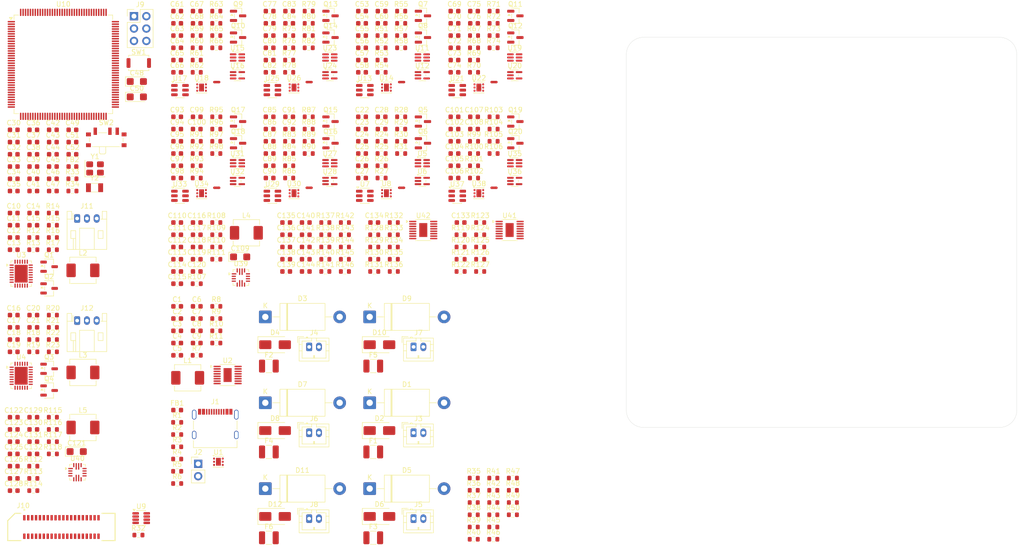
<source format=kicad_pcb>
(kicad_pcb (version 20241229) (generator "pcbnew") (generator_version "9.0")
  (layers (0 "F.Cu" signal) (4 "In1.Cu" signal) (6 "In2.Cu" signal) (2 "B.Cu" signal) (13 "F.Paste" user) (15 "B.Paste" user) (5 "F.SilkS" user "F.Silkscreen") (7 "B.SilkS" user "B.Silkscreen") (1 "F.Mask" user) (3 "B.Mask" user) (25 "Edge.Cuts" user))
  (net 0 "")
  (net 1 "GND")
  (net 2 "/MPPT/VIN")
  (net 3 "Net-(U2-BST1)")
  (net 4 "Net-(U2-SW1)")
  (net 5 "Net-(U2-BST2)")
  (net 6 "Net-(U2-SW2)")
  (net 7 "/MPPT_V")
  (net 8 "/MPPT/VCC")
  (net 9 "/VSYS")
  (net 10 "Net-(U3-CELLS0)")
  (net 11 "Net-(U3-CELLS1)")
  (net 12 "Net-(U3-SW)")
  (net 13 "Net-(U3-BOOST)")
  (net 14 "Net-(J11-Pin_1)")
  (net 15 "/Battery Charger/VOUT")
  (net 16 "Net-(U4-CELLS0)")
  (net 17 "Net-(U4-CELLS1)")
  (net 18 "Net-(U4-BOOST)")
  (net 19 "Net-(U4-SW)")
  (net 20 "Net-(J12-Pin_1)")
  (net 21 "/Battery Charger1/VOUT")
  (net 22 "/Current Monitors/OBC/Shunt+")
  (net 23 "/Current Monitors/OBC/Shunt-")
  (net 24 "/Current Monitors/RAIL_1_ADC")
  (net 25 "Net-(U7-VDD)")
  (net 26 "Net-(Q5-G)")
  (net 27 "Net-(U8-CT)")
  (net 28 "/Current Monitors/RAIL_1_VOUT")
  (net 29 "+3.3V")
  (net 30 "/RESET")
  (net 31 "/VREF+")
  (net 32 "Net-(U10-PH0)")
  (net 33 "Net-(C41-Pad1)")
  (net 34 "Net-(U10-PC14)")
  (net 35 "/STM32L4/VDDA")
  (net 36 "Net-(U10-PC15)")
  (net 37 "/Current Monitors/Comms/Shunt-")
  (net 38 "/Current Monitors/Comms/Shunt+")
  (net 39 "/Current Monitors/RAIL_2_ADC")
  (net 40 "Net-(U13-VDD)")
  (net 41 "Net-(Q7-G)")
  (net 42 "Net-(U14-CT)")
  (net 43 "/Current Monitors/RAIL_2_VOUT")
  (net 44 "/Current Monitors/Sensors/Shunt-")
  (net 45 "/Current Monitors/Sensors/Shunt+")
  (net 46 "/Current Monitors/RAIL_3_ADC")
  (net 47 "Net-(U17-VDD)")
  (net 48 "Net-(Q9-G)")
  (net 49 "Net-(U18-CT)")
  (net 50 "/Current Monitors/RAIL_3_VOUT")
  (net 51 "/Current Monitors/GPS/Shunt+")
  (net 52 "/Current Monitors/GPS/Shunt-")
  (net 53 "/Current Monitors/RAIL_4_ADC")
  (net 54 "Net-(U21-VDD)")
  (net 55 "Net-(Q11-G)")
  (net 56 "Net-(U22-CT)")
  (net 57 "/Current Monitors/RAIL_4_VOUT")
  (net 58 "/Current Monitors/Aux 1/Shunt+")
  (net 59 "/Current Monitors/Aux 1/Shunt-")
  (net 60 "/Current Monitors/RAIL_5_ADC")
  (net 61 "Net-(U25-VDD)")
  (net 62 "Net-(Q13-G)")
  (net 63 "Net-(U26-CT)")
  (net 64 "/Current Monitors/RAIL_5_VOUT")
  (net 65 "/Current Monitors/Aux 2/Shunt+")
  (net 66 "/Current Monitors/Aux 2/Shunt-")
  (net 67 "/Current Monitors/RAIL_6_ADC")
  (net 68 "Net-(U29-VDD)")
  (net 69 "Net-(Q15-G)")
  (net 70 "Net-(U30-CT)")
  (net 71 "/Current Monitors/RAIL_6_VOUT")
  (net 72 "/Current Monitors/Raspberry Pi Camera/Shunt-")
  (net 73 "/Current Monitors/Raspberry Pi Camera/Shunt+")
  (net 74 "/Current Monitors/RAIL_7_ADC")
  (net 75 "Net-(U33-VDD)")
  (net 76 "Net-(Q17-G)")
  (net 77 "Net-(U34-CT)")
  (net 78 "/Current Monitors/RAIL_7_VOUT")
  (net 79 "/Current Monitors/Auxiliary & Deployables/Shunt+")
  (net 80 "/Current Monitors/Auxiliary & Deployables/Shunt-")
  (net 81 "/Current Monitors/RAIL_8_ADC")
  (net 82 "Net-(U37-VDD)")
  (net 83 "Net-(Q19-G)")
  (net 84 "Net-(U38-CT)")
  (net 85 "/Current Monitors/RAIL_8_VOUT")
  (net 86 "/3v3 Voltage Regulator/VIN")
  (net 87 "Net-(U39-EN)")
  (net 88 "Net-(U39-VCC)")
  (net 89 "Net-(U39-BST1)")
  (net 90 "Net-(U39-SW1)")
  (net 91 "Net-(U39-OC)")
  (net 92 "Net-(U39-BST2)")
  (net 93 "Net-(U39-SW2)")
  (net 94 "Net-(U40-EN)")
  (net 95 "Net-(U40-VCC)")
  (net 96 "Net-(U40-SW1)")
  (net 97 "Net-(U40-BST1)")
  (net 98 "Net-(U40-OC)")
  (net 99 "Net-(U40-BST2)")
  (net 100 "Net-(U40-SW2)")
  (net 101 "+5V")
  (net 102 "/Power Path Ideal Diode1/VOUT")
  (net 103 "/STM32L4/MPPT_S")
  (net 104 "/STM32L4/5V_REG_S")
  (net 105 "/STM32L4/RAIL_1_S")
  (net 106 "/STM32L4/RAIL_2_S")
  (net 107 "/STM32L4/RAIL_3_S")
  (net 108 "/STM32L4/RAIL_4_S")
  (net 109 "/STM32L4/RAIL_5_S")
  (net 110 "/STM32L4/RAIL_6_S")
  (net 111 "/STM32L4/RAIL_7_S")
  (net 112 "/STM32L4/RAIL_8_S")
  (net 113 "Net-(D1-A1)")
  (net 114 "Net-(D2-A)")
  (net 115 "Net-(D3-A1)")
  (net 116 "Net-(D4-A)")
  (net 117 "Net-(D5-A1)")
  (net 118 "Net-(D6-A)")
  (net 119 "Net-(D7-A1)")
  (net 120 "Net-(D8-A)")
  (net 121 "Net-(D9-A1)")
  (net 122 "Net-(D10-A)")
  (net 123 "Net-(D11-A1)")
  (net 124 "Net-(D12-A)")
  (net 125 "/SHIELD")
  (net 126 "/D-")
  (net 128 "VBUS")
  (net 129 "Net-(J1-CC1)")
  (net 130 "/D+")
  (net 132 "Net-(J1-CC2)")
  (net 133 "Net-(J2-Pin_1)")
  (net 134 "/STM32L4/SWDIO")
  (net 136 "/STM32L4/SWCLK")
  (net 141 "/AUX_RX")
  (net 143 "/MAIN_RX")
  (net 144 "/OBC_HRT")
  (net 145 "/PGOOD")
  (net 147 "/AUX_TX")
  (net 149 "/OBC_RST")
  (net 152 "/MAIN_TX")
  (net 154 "Net-(Q2-S)")
  (net 155 "Net-(Q4-S)")
  (net 156 "Net-(Q1-D)")
  (net 157 "Net-(Q1-G)")
  (net 158 "Net-(Q2-G)")
  (net 159 "Net-(Q3-D)")
  (net 160 "Net-(Q3-G)")
  (net 161 "Net-(Q4-G)")
  (net 162 "Net-(Q5-D)")
  (net 163 "Net-(Q6-D)")
  (net 164 "Net-(Q7-D)")
  (net 165 "Net-(Q8-D)")
  (net 166 "Net-(Q10-G)")
  (net 167 "Net-(Q10-D)")
  (net 168 "Net-(Q11-D)")
  (net 169 "Net-(Q12-D)")
  (net 170 "Net-(Q13-D)")
  (net 171 "Net-(Q14-D)")
  (net 172 "Net-(Q15-D)")
  (net 173 "Net-(Q16-D)")
  (net 174 "Net-(Q17-D)")
  (net 175 "Net-(Q18-D)")
  (net 176 "Net-(Q19-D)")
  (net 177 "Net-(Q20-D)")
  (net 178 "/MPPT/MPPC")
  (net 179 "Net-(U1-QOD)")
  (net 180 "Net-(U2-MODE)")
  (net 181 "Net-(U2-VS1)")
  (net 182 "Net-(U2-VS2)")
  (net 183 "/MPPT_ADC")
  (net 184 "/C1_SDA")
  (net 185 "/C1_SCL")
  (net 186 "Net-(U3-RT)")
  (net 187 "Net-(U3-NTCBIAS)")
  (net 188 "/C2_SDA")
  (net 189 "/C2_SCL")
  (net 190 "Net-(U4-RT)")
  (net 191 "Net-(U4-NTCBIAS)")
  (net 192 "/Current Monitors/OBC/RREF-")
  (net 193 "/STM32L4/RAIL_1_ON")
  (net 194 "Net-(U8-QOD)")
  (net 195 "Net-(U10-PH1)")
  (net 196 "/STM32L4/BOOT")
  (net 197 "Net-(SW2-B)")
  (net 198 "/Current Monitors/OBC/RREF+")
  (net 199 "/Current Monitors/Aux 1/RREF-")
  (net 200 "/Current Monitors/Aux 1/RREF+")
  (net 201 "/Current Monitors/Comms/RREF+")
  (net 202 "/Current Monitors/Comms/RREF-")
  (net 203 "/Current Monitors/Aux 2/RREF-")
  (net 204 "/Current Monitors/Aux 2/RREF+")
  (net 205 "/Current Monitors/Sensors/RREF-")
  (net 206 "/Current Monitors/Sensors/RREF+")
  (net 207 "/Current Monitors/Raspberry Pi Camera/RREF+")
  (net 208 "/Current Monitors/Raspberry Pi Camera/RREF-")
  (net 209 "/Current Monitors/GPS/RREF+")
  (net 210 "/Current Monitors/GPS/RREF-")
  (net 211 "/Current Monitors/Auxiliary & Deployables/RREF+")
  (net 212 "/Current Monitors/Auxiliary & Deployables/RREF-")
  (net 213 "/STM32L4/RAIL_2_ON")
  (net 214 "Net-(U14-QOD)")
  (net 215 "/STM32L4/RAIL_3_ON")
  (net 216 "Net-(U18-QOD)")
  (net 217 "/STM32L4/RAIL_4_ON")
  (net 218 "Net-(U22-QOD)")
  (net 219 "/STM32L4/RAIL_5_ON")
  (net 220 "Net-(U26-QOD)")
  (net 221 "/STM32L4/RAIL_6_ON")
  (net 222 "Net-(U30-QOD)")
  (net 223 "/STM32L4/RAIL_7_ON")
  (net 224 "Net-(U34-QOD)")
  (net 225 "/STM32L4/RAIL_8_ON")
  (net 226 "Net-(U38-QOD)")
  (net 227 "Net-(U39-FB)")
  (net 228 "Net-(R109-Pad2)")
  (net 229 "Net-(U40-FB)")
  (net 230 "Net-(R114-Pad2)")
  (net 231 "/5V_REG_ADC")
  (net 232 "Net-(U41-EN1)")
  (net 233 "Net-(U41-~{EN2})")
  (net 234 "Net-(U41-CLIM1)")
  (net 235 "Net-(U41-CLIM2)")
  (net 236 "/D_STAT1")
  (net 237 "/D_WARN1")
  (net 238 "/D_WARN2")
  (net 239 "/D_STAT2")
  (net 240 "Net-(U42-EN1)")
  (net 241 "Net-(U42-~{EN2})")
  (net 242 "Net-(U42-CLIM1)")
  (net 243 "Net-(U42-CLIM2)")
  (net 244 "/U_STAT1")
  (net 245 "/U_WARN1")
  (net 246 "/U_WARN2")
  (net 247 "/U_STAT2")
  (net 250 "/Current Monitors/RAIL_1_RST")
  (net 251 "/SET1")
  (net 252 "/WDI")
  (net 253 "/SET0")
  (net 254 "/C2_ALERT")
  (net 262 "/Current Monitors/RAIL_7_RST")
  (net 266 "/Current Monitors/RAIL_3_RST")
  (net 268 "/Current Monitors/RAIL_8_RST")
  (net 274 "/REG_2_ALT")
  (net 275 "/C1_ALERT")
  (net 276 "/REG_2_SCL")
  (net 282 "/REG_1_SCL")
  (net 286 "/Current Monitors/RAIL_4_RST")
  (net 288 "/Current Monitors/RAIL_2_RST")
  (net 291 "/REG_1_ALT")
  (net 294 "/Current Monitors/RAIL_6_RST")
  (net 303 "/Current Monitors/RAIL_5_RST")
  (net 306 "/REG_2_SDA")
  (net 312 "/REG_1_SDA")
  (footprint "Capacitor_SMD:C_0603_1608Metric" (layer "F.Cu") (at 129.785 68.3)
    (property "Reference" "C107")
    (property "Value" "~")
  )
  (footprint "Resistor_SMD:R_0603_1608Metric" (layer "F.Cu") (at 137.745 147.41)
    (property "Reference" "R49")
    (property "Value" "20m")
  )
  (footprint "Resistor_SMD:R_0603_1608Metric" (layer "F.Cu") (at 76.975 109.68)
    (property "Reference" "R9")
    (property "Value" "0")
  )
  (footprint "Resistor_SMD:R_0603_1608Metric" (layer "F.Cu") (at 43.485 137.44)
    (property "Reference" "R118")
    (property "Value" "18k")
  )
  (footprint "Resistor_SMD:R_0603_1608Metric" (layer "F.Cu") (at 91.905 73.32)
    (property "Reference" "R83")
    (property "Value" "0")
  )
  (footprint "Package_TO_SOT_SMD:SOT-23-3" (layer "F.Cu") (at 42.715 124.43)
    (property "Reference" "Q4")
    (property "Value" "NMOS")
  )
  (footprint "Capacitor_SMD:C_0603_1608Metric" (layer "F.Cu") (at 68.955 100.02)
    (property "Reference" "C114")
    (property "Value" "22n")
  )
  (footprint "Package_TO_SOT_SMD:SOT-353_SC-70-5" (layer "F.Cu") (at 138.125 81.46)
    (property "Reference" "U36")
    (property "Value" "74LVC1G07SE-7")
  )
  (footprint "Capacitor_SMD:C_0603_1608Metric" (layer "F.Cu") (at 35.465 81.01)
    (property "Reference" "C34")
    (property "Value" "100n")
  )
  (footprint "NetTie:NetTie-2_SMD_Pad0.5mm" (layer "F.Cu") (at 96 61.175)
    (property "Reference" "NT5" (hide yes))
    (property "Value" "NetTie_2" (hide yes))
  )
  (footprint "Resistor_SMD:R_0603_1608Metric" (layer "F.Cu") (at 76.975 70.81)
    (property "Reference" "R96")
    (property "Value" "1M")
  )
  (footprint "Connector_JST:JST_PH_B2B-PH-K_1x02_P2.00mm_Vertical" (layer "F.Cu") (at 117.395 133.1)
    (property "Reference" "J3")
    (property "Value" "Conn_01x02")
  )
  (footprint "Resistor_SMD:R_0603_1608Metric" (layer "F.Cu") (at 110.845 78.34)
    (property "Reference" "R26")
    (property "Value" "1M")
  )
  (footprint "Resistor_SMD:R_0603_1608Metric" (layer "F.Cu") (at 47.495 83.52)
    (property "Reference" "R34")
    (property "Value" "10k")
  )
  (footprint "Package_TO_SOT_SMD:SOT-23" (layer "F.Cu") (at 81.435 69.27)
    (property "Reference" "Q17")
    (property "Value" "IRLML0030")
  )
  (footprint "Resistor_SMD:R_0603_1608Metric" (layer "F.Cu") (at 110.845 80.85)
    (property "Reference" "R27")
    (property "Value" "1M")
  )
  (footprint "Capacitor_SMD:C_0603_1608Metric" (layer "F.Cu") (at 125.775 70.81)
    (property "Reference" "C102")
    (property "Value" "~")
  )
  (footprint "Resistor_SMD:R_0603_1608Metric" (layer "F.Cu") (at 114.855 70.81)
    (property "Reference" "R29")
    (property "Value" "1M")
  )
  (footprint "Resistor_SMD:R_0603_1608Metric" (layer "F.Cu") (at 43.485 93.05)
    (property "Reference" "R16")
    (property "Value" "10k")
  )
  (footprint "NetTie:NetTie-2_SMD_Pad0.5mm" (layer "F.Cu") (at 77.06 82.855)
    (property "Reference" "NT7" (hide yes))
    (property "Value" "NetTie_2" (hide yes))
  )
  (footprint "Resistor_SMD:R_0603_1608Metric" (layer "F.Cu") (at 95.915 75.83)
    (property "Reference" "R90")
    (property "Value" "0")
  )
  (footprint "Resistor_SMD:R_0603_1608Metric" (layer "F.Cu") (at 133.795 49.13)
    (property "Reference" "R72")
    (property "Value" "1M")
  )
  (footprint "Capacitor_SMD:C_0603_1608Metric" (layer "F.Cu") (at 72.965 46.62)
    (property "Reference" "C67")
    (property "Value" "~")
  )
  (footprint "Resistor_SMD:R_0603_1608Metric" (layer "F.Cu") (at 133.735 152.43)
    (property "Reference" "R45")
    (property "Value" "20m")
  )
  (footprint "Capacitor_SMD:C_0603_1608Metric" (layer "F.Cu") (at 39.475 83.52)
    (property "Reference" "C41")
    (property "Value" "20p")
  )
  (footprint "Capacitor_SMD:C_0603_1608Metric" (layer "F.Cu") (at 72.965 49.13)
    (property "Reference" "C68")
    (property "Value" "0.1uF")
  )
  (footprint "Resistor_SMD:R_0603_1608Metric" (layer "F.Cu") (at 103.325 95)
    (property "Reference" "R144")
    (property "Value" "1.5k")
  )
  (footprint "Resistor_SMD:R_0603_1608Metric" (layer "F.Cu") (at 99.315 89.98)
    (property "Reference" "R137")
    (property "Value" "1.5k")
  )
  (footprint "Capacitor_SMD:C_0603_1608Metric" (layer "F.Cu") (at 91.905 70.81)
    (property "Reference" "C92")
    (property "Value" "0.1uF")
  )
  (footprint "Resistor_SMD:R_0603_1608Metric" (layer "F.Cu") (at 113.345 95)
    (property "Reference" "R134")
    (property "Value" "470k")
  )
  (footprint "Capacitor_SMD:C_0603_1608Metric" (layer "F.Cu") (at 43.485 70.97)
    (property "Reference" "C42")
    (property "Value" "100n")
  )
  (footprint "Resistor_SMD:R_0603_1608Metric" (layer "F.Cu") (at 129.725 147.41)
    (property "Reference" "R37")
    (property "Value" "20m")
  )
  (footprint "Package_TO_SOT_SMD:SOT-363_SC-70-6" (layer "F.Cu") (at 81.305 56.135)
    (property "Reference" "U15")
    (property "Value" "NCS214RSQT2G")
  )
  (footprint "Package_TO_SOT_SMD:SOT-23" (layer "F.Cu") (at 119.315 47.59)
    (property "Reference" "Q7")
    (property "Value" "IRLML0030")
  )
  (footprint "Package_SON:WSON-6-1EP_2x2mm_P0.65mm_EP1x1.6mm" (layer "F.Cu") (at 73.955 83.975)
    (property "Reference" "U34")
    (property "Value" "~")
  )
  (footprint "Fuse:Fuse_1210_3225Metric" (layer "F.Cu") (at 87.745 154.64)
    (property "Reference" "F6")
    (property "Value" "Polyfuse")
  )
  (footprint "Capacitor_SMD:C_0603_1608Metric" (layer "F.Cu") (at 125.775 56.66)
    (property "Reference" "C73")
    (property "Value" "1uF")
  )
  (footprint "Capacitor_SMD:C_0603_1608Metric" (layer "F.Cu") (at 125.775 49.13)
    (property "Reference" "C70")
    (property "Value" "~")
  )
  (footprint "Connector_JST:JST_PH_B2B-PH-K_1x02_P2.00mm_Vertical" (layer "F.Cu") (at 96.005 115.49)
    (property "Reference" "J4")
    (property "Value" "Conn_01x02")
  )
  (footprint "Resistor_SMD:R_0603_1608Metric" (layer "F.Cu") (at 76.975 95)
    (property "Reference" "R110")
    (property "Value" "430k")
  )
  (footprint "Capacitor_SMD:C_0603_1608Metric" (layer "F.Cu") (at 125.775 73.32)
    (property "Reference" "C103")
    (property "Value" "0.1uF")
  )
  (footprint "Connector_USB:USB_C_Receptacle_Palconn_UTC16-G" (layer "F.Cu") (at 76.755 131.31)
    (property "Reference" "J1")
    (property "Value" "USB_C_Receptacle_USB2.0_16P")
  )
  (footprint "Package_TO_SOT_SMD:SOT-353_SC-70-5" (layer "F.Cu") (at 119.185 59.78)
    (property "Reference" "U12")
    (property "Value" "74LVC1G07SE-7")
  )
  (footprint "Capacitor_SMD:C_0603_1608Metric" (layer "F.Cu") (at 106.835 73.32)
    (property "Reference" "C24")
    (property "Value" "0.1uF")
  )
  (footprint "Resistor_SMD:R_0603_1608Metric" (layer "F.Cu") (at 129.785 73.32)
    (property "Reference" "R99")
    (property "Value" "0")
  )
  (footprint "Resistor_SMD:R_0603_1608Metric" (layer "F.Cu") (at 43.485 90.54)
    (property "Reference" "R15")
    (property "Value" "63.4k")
  )
  (footprint "Resistor_SMD:R_0603_1608Metric" (layer "F.Cu") (at 114.855 51.64)
    (property "Reference" "R57")
    (property "Value" "0")
  )
  (footprint "Capacitor_SMD:C_0603_1608Metric" (layer "F.Cu") (at 91.295 95)
    (property "Reference" "C137")
    (property "Value" "100n")
  )
  (footprint "Resistor_SMD:R_0603_1608Metric" (layer "F.Cu") (at 137.745 144.9)
    (property "Reference" "R48")
    (property "Value" "20k")
  )
  (footprint "Capacitor_SMD:C_0603_1608Metric" (layer "F.Cu") (at 87.895 73.32)
    (property "Reference" "C87")
    (property "Value" "0.1uF")
  )
  (footprint "Capacitor_SMD:C_0603_1608Metric" (layer "F.Cu") (at 106.835 75.83)
    (property "Reference" "C25")
    (property "Value" "0.1uF")
  )
  (footprint "Capacitor_SMD:C_0603_1608Metric" (layer "F.Cu") (at 35.465 116.5)
    (property "Reference" "C19")
    (property "Value" "22n")
  )
  (footprint "Package_SO:MSOP-16-1EP_3x4.039mm_P0.5mm_EP1.651x2.845mm" (layer "F.Cu") (at 79.29 121.26)
    (property "Reference" "U2")
    (property "Value" "LTC3130-1")
  )
  (footprint "Capacitor_SMD:C_0603_1608Metric" (layer "F.Cu") (at 72.965 107.17)
    (property "Reference" "C6")
    (property "Value" "4.7u")
  )
  (footprint "Capacitor_SMD:C_0603_1608Metric" (layer "F.Cu") (at 72.965 109.68)
    (property "Reference" "C7")
    (property "Value" "4.7u")
  )
  (footprint "Resistor_SMD:R_0603_1608Metric" (layer "F.Cu") (at 131.045 89.98)
    (property "Reference" "R123")
    (property "Value" "50k")
  )
  (footprint "Connector_JST:JST_PH_B2B-PH-K_1x02_P2.00mm_Vertical" (layer "F.Cu") (at 96.005 133.1)
    (property "Reference" "J6")
    (property "Value" "Conn_01x02")
  )
  (footprint "Package_DFN_QFN:MPS_QFN-16_3x3mm_P0.5mm" (layer "F.Cu") (at 82.01 101.26)
    (property "Reference" "U39")
    (property "Value" "MP28167-A")
  )
  (footprint "Package_TO_SOT_SMD:SOT-23" (layer "F.Cu") (at 138.255 52.04)
    (property "Reference" "Q12")
    (property "Value" "IRLML0030")
  )
  (footprint "Resistor_SMD:R_0603_1608Metric" (layer "F.Cu") (at 103.325 97.51)
    (property "Reference" "R145")
    (property "Value" "1.5k")
  )
  (footprint "Package_TO_SOT_SMD:SOT-23" (layer "F.Cu") (at 100.375 47.59)
    (property "Reference" "Q13")
    (property "Value" "IRLML0030")
  )
  (footprint "Capacitor_SMD:C_0603_1608Metric" (layer "F.Cu") (at 68.955 51.64)
    (property "Reference" "C63")
    (property "Value" "0.1uF")
  )
  (footprint "Capacitor_SMD:C_0603_1608Metric" (layer "F.Cu") (at 72.965 100.02)
    (property "Reference" "C120")
    (property "Value" "22u")
  )
  (footprint "Resistor_SMD:R_0603_1608Metric" (layer "F.Cu") (at 39.475 95.56)
    (property "Reference" "R13")
    (property "Value" "4.7k")
  )
  (footprint "Capacitor_SMD:C_0603_1608Metric" (layer "F.Cu") (at 68.955 59.17)
    (property "Reference" "C66")
    (property "Value" "1uF")
  )
  (footprint "Capacitor_SMD:C_0603_1608Metric" (layer "F.Cu") (at 72.965 114.7)
    (property "Reference" "C9")
    (property "Value" "4.7u")
  )
  (footprint "Package_SON:WSON-6-1EP_2x2mm_P0.65mm_EP1x1.6mm" (layer "F.Cu") (at 92.895 83.975)
    (property "Reference" "U30")
    (property "Value" "~")
  )
  (footprint "Resistor_SMD:R_0603_1608Metric" (layer "F.Cu") (at 95.915 68.3)
    (property "Reference" "R87")
    (property "Value" "0")
  )
  (footprint "Package_TO_SOT_SMD:SOT-363_SC-70-6" (layer "F.Cu") (at 119.185 56.135)
    (property "Reference" "U11")
    (property "Value" "NCS214RSQT2G")
  )
  (footprint "Capacitor_SMD:C_0603_1608Metric" (layer "F.Cu") (at 68.955 54.15)
    (property "Reference" "C64")
    (property "Value" "0.1uF")
  )
  (footprint "Crystal:Crystal_SMD_3215-2Pin_3.2x1.5mm" (layer "F.Cu") (at 52.025 82.84)
    (property "Reference" "Y2")
    (property "Value" "32KHz")
  )
  (footprint "Resistor_SMD:R_0603_1608Metric" (layer "F.Cu") (at 72.965 73.32)
    (property "Reference" "R91")
    (property "Value" "0")
  )
  (footprint "Capacitor_SMD:C_0603_1608Metric" (layer "F.Cu") (at 91.295 89.98)
    (property "Reference" "C135")
    (property "Value" "100n")
  )
  (footprint "Package_TO_SOT_SMD:SOT-353_SC-70-5" (layer "F.Cu") (at 81.305 81.46)
    (property "Reference" "U32")
    (property "Value" "74LVC1G07SE-7")
  )
  (footprint "Capacitor_SMD:C_0603_1608Metric" (layer "F.Cu") (at 72.965 92.49)
    (property "Reference" "C117")
    (property "Value" "22u")
  )
  (footprint "Package_DFN_QFN:MPS_QFN-16_3x3mm_P0.5mm" (layer "F.Cu") (at 48.52 141.19)
    (property "Reference" "U40")
    (property "Value" "MP28167-A")
  )
  (footprint "Capacitor_SMD:C_0603_1608Metric" (layer "F.Cu") (at 35.465 132.42)
    (property "Reference" "C123")
    (property "Value" "22n")
  )
  (footprint "Capacitor_SMD:C_0603_1608Metric" (layer "F.Cu") (at 72.965 68.3)
    (property "Reference" "C99")
    (property "Value" "~")
  )
  (footprint "Capacitor_SMD:C_0603_1608Metric" (layer "F.Cu") (at 106.835 49.13)
    (property "Reference" "C54")
    (property "Value" "~")
  )
  (footprint "Package_SON:WSON-6-1EP_2x2mm_P0.65mm_EP1x1.6mm" (layer "F.Cu") (at 111.835 83.975)
    (property "Reference" "U8")
    (property "Value" "~")
  )
  (footprint "Resistor_SMD:R_0603_1608Metric" (layer "F.Cu") (at 68.955 133.47)
    (property "Reference" "R2")
    (property "Value" "5.1k")
  )
  (footprint "Resistor_SMD:R_0603_1608Metric" (layer "F.Cu") (at 76.975 68.3)
    (property "Reference" "R95")
    (property "Value" "0")
  )
  (footprint "Resistor_SMD:R_0603_1608Metric" (layer "F.Cu") (at 137.745 142.39)
    (property "Reference" "R47")
    (property "Value" "300k")
  )
  (footprint "Capacitor_SMD:C_0603_1608Metric" (layer "F.Cu") (at 39.475 134.93)
    (property "Reference" "C131")
    (property "Value" "22u")
  )
  (footprint "Capacitor_Tantalum_SMD:CP_EIA-3216-18_Kemet-A" (layer "F.Cu") (at 60.69 61.06)
    (property "Reference" "C48")
    (property "Value" "1u")
  )
  (footprint "Resistor_SMD:R_0603_1608Metric" (layer "F.Cu") (at 68.955 141)
    (property "Reference" "R5")
    (property "Value" "100k")
  )
  (footprint "Crystal:Crystal_SMD_3225-4Pin_3.2x2.5mm" (layer "F.Cu") (at 52.125 78.89)
    (property "Reference" "Y1")
    (property "Value" "8MHz")
  )
  (footprint "Capacitor_SMD:C_0603_1608Metric" (layer "F.Cu") (at 39.475 75.99)
    (property "Reference" "C38")
    (property "Value" "100n")
  )
  (footprint "Diode_THT:D_DO-201AE_P15.24mm_Horizontal" (layer "F.Cu") (at 108.405 109.34)
    (property "Reference" "D9")
    (property "Value" "1.5KExxA")
  )
  (footprint "Package_TO_SOT_SMD:SOT-353_SC-70-5" (layer "F.Cu") (at 100.245 81.46)
    (property "Reference" "U28")
    (property "Value" "74LVC1G07SE-7")
  )
  (footprint "Resistor_SMD:R_0603_1608Metric" (layer "F.Cu") (at 61.015 154.08)
    (property "Reference" "R32")
    (property "Value" "2k")
  )
  (footprint "Diode_THT:D_DO-201AE_P15.24mm_Horizontal" (layer "F.Cu") (at 87.015 126.95)
    (property "Reference" "D7")
    (property "Value" "1.5KExxA")
  )
  (footprint "Capacitor_SMD:C_0603_1608Metric" (layer "F.Cu") (at 35.465 75.99)
    (property "Reference" "C32")
    (property "Value" "100n")
  )
  (footprint "Resistor_SMD:R_0603_1608Metric" (layer "F.Cu") (at 99.315 92.49)
    (property "Reference" "R138")
    (property "Value" "1.5k")
  )
  (footprint "Resistor_SMD:R_0603_1608Metric" (layer "F.Cu") (at 43.485 111.48)
    (property "Reference" "R21")
    (property "Value" "63.4k")
  )
  (footprint "Resistor_SMD:R_0603_1608Metric" (layer "F.Cu") (at 133.795 68.3)
    (property "Reference" "R103")
    (property "Value" "0")
  )
  (footprint "Diode_SMD:D_SMA" (layer "F.Cu") (at 89.01 150.26)
    (property "Reference" "D12")
    (property "Value" "D_Schottky")
  )
  (footprint "Capacitor_SMD:C_0603_1608Metric" (layer "F.Cu") (at 106.835 59.17)
    (property "Reference" "C58")
    (property "Value" "1uF")
  )
  (footprint "Inductor_SMD:L_0603_1608Metric" (layer "F.Cu") (at 47.495 78.5)
    (property "Reference" "FB2")
    (property "Value" "120R")
  )
  (footprint "Capacitor_SMD:C_0603_1608Metric" (layer "F.Cu") (at 106.835 56.66)
    (property "Reference" "C57")
    (property "Value" "1uF")
  )
  (footprint "Capacitor_SMD:C_0603_1608Metric" (layer "F.Cu") (at 68.955 109.68)
    (property "Reference" "C2")
    (property "Value" "4.7uF")
  )
  (footprint "Capacitor_SMD:C_0603_1608Metric" (layer "F.Cu") (at 129.785 49.13)
    (property "Reference" "C76")
    (property "Value" "0.1uF")
  )
  (footprint "Resistor_SMD:R_0603_1608Metric" (layer "F.Cu") (at 133.735 149.92)
    (property "Reference" "R44")
    (property "Value" "49.9k")
  )
  (footprint "Capacitor_SMD:C_0603_1608Metric" (layer "F.Cu") (at 68.955 102.53)
    (property "Reference" "C115")
    (property "Value" "100n")
  )
  (footprint "Capacitor_SMD:C_0603_1608Metric" (layer "F.Cu") (at 68.955 46.62)
    (property "Reference" "C61")
    (property "Value" "~")
  )
  (footprint "Capacitor_SMD:C_0603_1608Metric" (layer "F.Cu") (at 68.955 92.49)
    (property "Reference" "C111")
    (property "Value" "22n")
  )
  (footprint "Resistor_SMD:R_0603_1608Metric" (layer "F.Cu") (at 131.045 100.02)
    (property "Reference" "R127")
    (property "Value" "470k")
  )
  (footprint "Resistor_SMD:R_0603_1608Metric" (layer "F.Cu") (at 39.475 93.05)
    (property "Reference" "R12")
    (property "Value" "4.7k")
  )
  (footprint "Capacitor_SMD:C_0603_1608Metric" (layer "F.Cu") (at 95.305 92.49)
    (property "Reference" "C141")
    (property "Value" "100n")
  )
  (footprint "Resistor_SMD:R_0603_1608Metric" (layer "F.Cu") (at 133.795 46.62)
    (property "Reference" "R71")
    (property "Value" "0")
  )
  (footprint "Resistor_SMD:R_0603_1608Metric" (layer "F.Cu") (at 39.475 139.95)
    (property "Reference" "R112")
    (property "Value" "499k")
  )
  (footprint "Capacitor_SMD:C_0603_1608Metric" (layer "F.Cu") (at 87.895 51.64)
    (property "Reference" "C79")
    (property "Value" "0.1uF")
  )
  (footprint "Capacitor_SMD:C_0603_1608Metric" (layer "F.Cu") (at 68.955 68.3)
    (property "Reference" "C93")
    (property "Value" "~")
  )
  (footprint "Capacitor_SMD:C_0603_1608Metric" (layer "F.Cu") (at 68.955 112.19)
    (property "Reference" "C3")
    (property "Value" "1uF")
  )
  (footprint "Capacitor_SMD:C_0603_1608Metric" (layer "F.Cu") (at 125.775 75.83)
    (property "Reference" "C104")
    (property "Value" "0.1uF")
  )
  (footprint "Capacitor_SMD:C_0603_1608Metric" (layer "F.Cu") (at 47.495 73.48)
    (property "Reference" "C51")
    (property "Value" "10p")
  )
  (footprint "Resistor_SMD:R_0603_1608Metric" (layer "F.Cu") (at 76.975 92.49)
    (property "Reference" "R109")
    (property "Value" "900k")
  )
  (footprint "Capacitor_SMD:C_0603_1608Metric" (layer "F.Cu") (at 39.475 132.42)
    (property "Reference" "C130")
    (property "Value" "22u")
  )
  (footprint "Resistor_SMD:R_0603_1608Metric" (layer "F.Cu") (at 76.975 49.13)
    (property "Reference" "R64")
    (property "Value" "1M")
  )
  (footprint "Capacitor_SMD:C_0603_1608Metric" (layer "F.Cu") (at 47.495 70.97)
    (property "Reference" "C49")
    (property "Value" "10p")
  )
  (footprint "Capacitor_SMD:C_0603_1608Metric" (layer "F.Cu") (at 39.475 137.44)
    (property "Reference" "C132")
    (property "Value" "22u")
  )
  (footprint "Package_TO_SOT_SMD:SOT-363_SC-70-6" (layer "F.Cu") (at 138.125 56.135)
    (property "Reference" "U19")
    (property "Value" "NCS214RSQT2G")
  )
  (footprint "Resistor_SMD:R_0603_1608Metric" (layer "F.Cu") (at 129.785 80.85)
    (property "Reference" "R102")
    (property "Value" "1M")
  )
  (footprint "Capacitor_SMD:C_0603_1608Metric" (layer "F.Cu") (at 35.465 137.44)
    (property "Reference" "C125")
    (property "Value" "100n")
  )
  (footprint "NetTie:NetTie-2_SMD_Pad0.5mm" (layer "F.Cu") (at 133.88 82.855)
    (property "Reference" "NT8" (hide yes))
    (property "Value" "NetTie_2" (hide yes))
  )
  (footprint "Resistor_SMD:R_0603_1608Metric" (layer "F.Cu") (at 110.845 51.64)
    (property "Reference" "R51")
    (property "Value" "0")
  )
  (footprint "Resistor_SMD:R_0603_1608Metric" (layer "F.Cu") (at 110.845 73.32)
    (property "Reference" "R24")
    (property "Value" "0")
  )
  (footprint "Connector_PinHeader_2.54mm:PinHeader_1x02_P2.54mm_Vertical" (layer "F.Cu") (at 73.255 139.47)
    (property "Reference" "J2")
    (property "Value" "Conn_01x02")
  )
  (footprint "Package_TO_SOT_SMD:SOT-23" (layer "F.Cu") (at 138.255 69.27)
    (property "Reference" "Q19")
    (property "Value" "IRLML0030")
  )
  (footprint "Capacitor_SMD:C_0603_1608Metric" (layer "F.Cu") (at 68.955 75.83)
    (property "Reference" "C96")
    (property "Value" "0.1uF")
  )
  (footprint "Capacitor_SMD:C_0603_1608Metric" (layer "F.Cu") (at 35.465 113.99)
    (property "Reference" "C18")
    (property "Value" "4.7u")
  )
  (footprint "Capacitor_SMD:C_0603_1608Metric" (layer "F.Cu") (at 35.465 134.93)
    (property "Reference" "C124")
    (property "Value" "1u")
  )
  (footprint "Resistor_SMD:R_0603_1608Metric" (layer "F.Cu") (at 43.485 132.42)
    (property "Reference" "R116")
    (property "Value" "107k")
  )
  (footprint "Capacitor_SMD:C_0603_1608Metric" (layer "F.Cu") (at 125.775 78.34)
    (property "Reference" "C105")
    (property "Value" "1uF")
  )
  (footprint "Package_TO_SOT_SMD:SOT-23-6" (layer "F.Cu") (at 69.525 84.505)
    (property "Reference" "U33")
    (property "Value" "~")
  )
  (footprint "Resistor_SMD:R_0603_1608Metric" (layer "F.Cu") (at 76.975 97.51)
    (property "Reference" "R111")
    (property "Value" "187k")
  )
  (footprint "Capacitor_SMD:C_0603_1608Metric" (layer "F.Cu") (at 35.465 70.97)
    (property "Reference" "C30")
    (property "Value" "100n")
  )
  (footprint "Capacitor_SMD:C_0603_1608Metric" (layer "F.Cu") (at 68.955 49.13)
    (property "Reference" "C62")
    (property "Value" "~")
  )
  (footprint "Package_TO_SOT_SMD:SOT-23-6" (layer "F.Cu") (at 126.345 84.505)
    (property "Reference" "U37")
    (property "Value" "~")
  )
  (footprint "NetTie:NetTie-2_SMD_Pad0.5mm" (layer "F.Cu") (at 114.94 61.175)
    (property "Reference" "NT2" (hide yes))
    (property "Value" "NetTie_2" (hide yes))
  )
  (footprint "Capacitor_SMD:C_0603_1608Metric" (layer "F.Cu") (at 43.485 73.48)
    (property "Reference" "C43")
    (property "Value" "100n")
  )
  (footprint "Resistor_SMD:R_0603_1608Metric" (layer "F.Cu") (at 110.845 54.15)
    (property "Reference" "R52")
    (property "Value" "100k")
  )
  (footprint "Diode_SMD:D_SMA" (layer "F.Cu") (at 110.4 150.26)
    (property "Reference" "D6")
    (property "Value" "D_Schottky")
  )
  (footprint "Capacitor_SMD:C_0603_1608Metric" (layer "F.Cu") (at 35.465 93.05)
    (property "Reference" "C12")
    (property "Value" "4.7u")
  )
  (footprint "Diode_SMD:D_SMA" (layer "F.Cu") (at 110.4 132.65)
    (property "Reference" "D2")
    (property "Value" "D_Schottky")
  )
  (footprint "Package_TO_SOT_SMD:SOT-23" (layer "F.Cu") (at 81.435 73.72)
    (property "Reference" "Q18")
    (property "Value" "IRLML0030")
  )
  (footprint "Package_SON:WSON-6-1EP_2x2mm_P0.65mm_EP1x1.6mm" (layer "F.Cu") (at 111.835 62.295)
    (property "Reference" "U14")
    (property "Value" "~")
  )
  (footprint "Connector_JST:JST_PH_S3B-PH-K_1x03_P2.00mm_Horizontal" (layer "F.Cu") (at 48.465 110.09)
    (property "Reference" "J12")
    (property "Value" "Conn_01x03")
  )
  (footprint "Capacitor_SMD:C_0603_1608Metric" (layer "F.Cu") (at 106.835 70.81)
    (property "Reference" "C23")
    (property "Value" "~")
  )
  (footprint "Capacitor_SMD:C_0603_1608Metric" (layer "F.Cu") (at 87.895 59.17)
    (property "Reference" "C82")
    (property "Value" "1uF")
  )
  (footprint "Connector_JST:JST_PH_S3B-PH-K_1x03_P2.00mm_Horizontal" (layer "F.Cu") (at 48.465 89.15)
    (property "Reference" "J11")
    (property "Value" "Conn_01x03")
  )
  (footprint "Resistor_SMD:R_0603_1608Metric" (layer "F.Cu") (at 91.905 59.17)
    (property "Reference" "R78")
    (property "Value" "1M")
  )
  (footprint "Resistor_SMD:R_0603_1608Metric" (layer "F.Cu") (at 129.725 144.9)
    (property "Reference" "R36")
    (property "Value" "200k")
  )
  (footprint "Capacitor_SMD:C_0603_1608Metric" (layer "F.Cu") (at 35.465 78.5)
    (property "Reference" "C33")
    (property "Value" "100n")
  )
  (footprint "Diode_THT:D_DO-201AE_P15.24mm_Horizontal" (layer "F.Cu") (at 108.405 144.56)
    (property "Reference" "D5")
    (property "Value" "1.5KExxA")
  )
  (footprint "Package_TO_SOT_SMD:SOT-353_SC-70-5" (layer "F.Cu") (at 81.305 59.78)
    (property "Reference" "U16")
    (property "Value" "74LVC1G07SE-7")
  )
  (footprint "Resistor_SMD:R_0603_1608Metric" (layer "F.Cu") (at 127.035 100.02)
    (property "Reference" "R122")
    (property "Value" "50k")
  )
  (footprint "Capacitor_SMD:C_0603_1608Metric" (layer "F.Cu") (at 68.955 117.21)
    (property "Reference" "C5")
    (property "Value" "22n")
  )
  (footprint "Resistor_SMD:R_0603_1608Metric" (layer "F.Cu") (at 113.345 89.98)
    (property "Reference" "R132")
    (property "Value" "50k")
  )
  (footprint "Package_TO_SOT_SMD:SOT-23-6" (layer "F.Cu") (at 69.525 62.825)
    (property "Reference" "U17")
    (property "Value" "~")
  )
  (footprint "footprints:SAMTEC_ERM8-020-X-X-DV" (layer "F.Cu") (at 45.235 152.425)
    (property "Reference" "J10")
    (property "Value" "Conn_02x20_Counter_Clockwise")
  )
  (footprint "Connector_JST:JST_PH_B2B-PH-K_1x02_P2.00mm_Vertical" (layer "F.Cu") (at 117.395 115.49)
    (property "Reference" "J7")
    (property "Value" "Conn_01x02")
  )
  (footprint "Capacitor_SMD:C_0603_1608Metric" (layer "F.Cu") (at 68.955 80.85)
    (property "Reference" "C98")
    (property "Value" "1uF")
  )
  (footprint "Capacitor_SMD:C_0603_1608Metric" (layer "F.Cu") (at 39.475 78.5)
    (property "Reference" "C39")
    (property "Value" "20p")
  )
  (footprint "Package_TO_SOT_SMD:SOT-23-8" (layer "F.Cu") (at 61.585 150.605)
    (property "Reference" "U9")
    (property "Value" "TPS35-Q1")
  )
  (footprint "Capacitor_SMD:C_0603_1608Metric" (layer "F.Cu") (at 68.955 95)
    (property "Reference" "C112")
    (property "Value" "1u")
  )
  (footprint "Resistor_SMD:R_0603_1608Metric" (layer "F.Cu") (at 76.975 73.32)
    (property "Reference" "R97")
    (property "Value" "0")
  )
  (footprint "Capacitor_SMD:C_0603_1608Metric" (layer "F.Cu") (at 106.835 78.34)
    (property "Reference" "C26")
    (property "Value" "1uF")
  )
  (footprint "Capacitor_SMD:C_0603_1608Metric" (layer "F.Cu") (at 35.465 142.46)
    (property "Reference" "C127")
    (property "Value" "100n")
  )
  (footprint "Capacitor_SMD:C_0603_1608Metric" (layer "F.Cu") (at 43.485 75.99)
    (property "Reference" "C44")
    (property "Value" "100n")
  )
  (footprint "Resistor_SMD:R_0603_1608Metric" (layer "F.Cu") (at 72.965 54.15)
    (property "Reference" "R60")
    (property "Value" "100k")
  )
  (footprint "Package_TO_SOT_SMD:SOT-363_SC-70-6" (layer "F.Cu") (at 100.245 56.135)
    (property "Reference" "U23")
    (property "Value" "NCS214RSQT2G")
  )
  (footprint "Resistor_SMD:R_0603_1608Metric" (layer "F.Cu") (at 99.315 97.51)
    (property "Reference" "R140")
    (property "Value" "1.5k")
  )
  (footprint "Capacitor_SMD:C_0603_1608Metric" (layer "F.Cu") (at 106.835 80.85)
    (property "Reference" "C27")
    (property "Value" "1uF")
  )
  (footprint "Resistor_SMD:R_0603_1608Metric" (layer "F.Cu") (at 127.035 92.49)
    (property "Reference" "R119")
    (property "Value" "680k")
  )
  (footprint "Capacitor_SMD:C_0603_1608Metric" (layer "F.Cu") (at 110.845 49.13)
    (property "Reference" "C60")
    (property "Value" "0.1uF")
  )
  (footprint "Package_SO:MSOP-16-1EP_3x4.039mm_P0.5mm_EP1.651x2.845mm" (layer "F.Cu") (at 137.08 91.52)
    (property "Reference" "U41")
    (property "Value" "LTC4415")
  )
  (footprint "Diode_THT:D_DO-201AE_P15.24mm_Horizontal" (layer "F.Cu") (at 108.405 126.95)
    (property "Reference" "D1")
    (property "Value" "1.5KExxA")
  )
  (footprint "Capacitor_SMD:C_0603_1608Metric" (layer "F.Cu") (at 91.905 46.62)
    (property "Reference" "C83")
    (property "Value" "~")
  )
  (footprint "Resistor_SMD:R_0603_1608Metric" (layer "F.Cu") (at 131.045 92.49)
    (property "Reference" "R124")
    (property "Value" "470k")
  )
  (footprint "Package_TO_SOT_SMD:SOT-23" (layer "F.Cu") (at 100.375 69.27)
    (property "Reference" "Q15")
    (property "Value" "IRLML0030")
  )
  (footprint "Resistor_SMD:R_0603_1608Metric" (layer "F.Cu") (at 43.485 108.97)
    (property "Reference" "R20")
    (property "Value" "16m")
  )
  (footprint "Capacitor_SMD:C_0603_1608Metric" (layer "F.Cu") (at 35.465 83.52)
    (property "Reference" "C35")
    (property "Value" "100n")
  )
  (footprint "Package_TO_SOT_SMD:SOT-23-6" (layer "F.Cu") (at 107.405 84.505)
    (property "Reference" "U7")
    (property "Value" "~")
  )
  (footprint "Capacitor_SMD:C_0603_1608Metric" (layer "F.Cu") (at 91.905 49.13)
    (property "Reference" "C84")
    (property "Value" "0.1uF")
  )
  (footprint "Package_DFN_QFN:QFN-28-1EP_4x5mm_P0.5mm_EP2.65x3.65mm" (layer "F.Cu") (at 36.99 100.47)
    (property "Reference" "U3")
    (property "Value" "LTC4162-L")
  )
  (footprint "Resistor_SMD:R_0603_1608Metric" (layer "F.Cu") (at 129.785 54.15)
    (property "Reference" "R68")
    (property "Value" "100k")
  )
  (footprint "Connector_JST:JST_PH_B2B-PH-K_1x02_P2.00mm_Vertical" (layer "F.Cu") (at 117.395 150.71)
    (property "Reference" "J5")
    (property "Value" "Conn_01x02")
  )
  (footprint "Resistor_SMD:R_0603_1608Metric" (layer "F.Cu") (at 129.725 152.43)
    (property "Reference" "R39")
    (property "Value" "140k")
  )
  (footprint "Resistor_SMD:R_0603_1608Metric" (layer "F.Cu") (at 91.905 78.34)
    (property "Reference" "R85")
    (property "Value" "1M")
  )
  (footprint "Resistor_SMD:R_0603_1608Metric" (layer "F.Cu") (at 127.035 97.51)
    (property "Reference" "R121")
    (property "Value" "100k")
  )
  (footprint "Capacitor_SMD:C_0603_1608Metric" (layer "F.Cu") (at 39.475 81.01)
    (property "Reference" "C40")
    (property "Value" "100n")
  )
  (footprint "Capacitor_SMD:C_0603_1608Metric" (layer "F.Cu") (at 129.785 46.62)
    (property "Reference" "C75")
    (property "Value" "~")
  )
  (footprint "Capacitor_SMD:C_0603_1608Metric" (layer "F.Cu") (at 39.475 70.97)
    (property "Reference" "C36")
    (property "Value" "100n")
  )
  (footprint "Package_TO_SOT_SMD:SOT-353_SC-70-5" (layer "F.Cu") (at 100.245 59.78)
    (property "Reference" "U24")
    (property "Value" "74LVC1G07SE-7")
  )
  (footprint "Resistor_SMD:R_0603_1608Metric" (layer "F.Cu") (at 76.975 112.19)
    (property "Reference" "R10")
    (property "Value" "18k")
  )
  (footprint "Resistor_SMD:R_0603_1608Metric" (layer "F.Cu") (at 72.965 75.83)
    (property "Reference" "R92")
    (property "Value" "100k")
  )
  (footprint "Button_Switch_SMD:SW_Push_SPST_NO_Alps_SKRK" (layer "F.Cu") (at 61.085 57.26)
    (property "Reference" "SW1")
    (property "Value" "SW_Push")
  )
  (footprint "Resistor_SMD:R_0603_1608Metric" (layer "F.Cu") (at 68.955 143.51)
    (property "Reference" "R6")
    (property "Value" "0")
  )
  (footprint "Inductor_SMD:L_Vishay_IHLP-2020" (layer "F.Cu") (at 49.645 132.02)
    (property "Reference" "L5")
    (property "Value" "4.7u")
  )
  (footprint "Resistor_SMD:R_0603_1608Metric" (layer "F.Cu") (at 129.785 51.64)
    (property "Reference" "R67")
    (property "Value" "0")
  )
  (footprint "Resistor_SMD:R_0603_1608Metric" (layer "F.Cu") (at 43.485 113.99)
    (property "Reference" "R22")
    (property "Value" "10k")
  )
  (footprint "Resistor_SMD:R_0603_1608Metric" (layer "F.Cu") (at 99.315 100.02)
    (property "Reference" "R141")
    (property "Value" "1.5k")
  )
  (footprint "Package_SON:WSON-6-1EP_2x2mm_P0.65mm_EP1x1.6mm" (layer "F.Cu") (at 73.955 62.295)
    (property "Reference" "U18")
    (property "Value" "~")
  )
  (footprint "Capacitor_SMD:C_0603_1608Metric" (layer "F.Cu") (at 91.295 100.02)
    (property "Reference" "C139")
    (property "Value" "100n")
  )
  (footprint "Package_TO_SOT_SMD:SOT-23-3" (layer "F.Cu") (at 42.715 103.49)
    (property "Reference" "Q2")
    (property "Value" "NMOS")
  )
  (footprint "Fuse:Fuse_1210_3225Metric" (layer "F.Cu") (at 109.135 154.64)
    (property "Reference" "F3")
    (property "Value" "Polyfuse")
  )
  (footprint "Resistor_SMD:R_0603_1608Metric" (layer "F.Cu") (at 43.485 116.5)
    (property "Reference" "R23")
    (property "Value" "10m")
  )
  (footprint "NetTie:NetTie-2_SMD_Pad0.5mm" (layer "F.Cu") (at 77.06 61.175)
    (property "Reference" "NT3" (hide yes))
    (property "Value" "NetTie_2" (hide yes))
  )
  (footprint "Resistor_SMD:R_0603_1608Metric" (layer "F.Cu") (at 129.785 75.83)
    (property "Reference" "R100")
    (property "Value" "100k")
  )
  (footprint "Package_SON:WSON-6-1EP_2x2mm_P0.65mm_EP1x1.6mm" (layer "F.Cu") (at 92.895 62.295)
    (property "Reference" "U26")
    (property "Value" "~")
  )
  (footprint "Resistor_SMD:R_0603_1608Metric" (layer "F.Cu") (at 39.475 116.5)
    (property "Reference" "R19")
    (property "Value" "4.7k")
  )
  (footprint "Resistor_SMD:R_0603_1608Metric" (layer "F.Cu") (at 133.795 51.64)
    (property "Reference" "R73")
    (property "Value" "0")
  )
  (footprint "Capacitor_SMD:C_0603_1608Metric" (layer "F.Cu") (at 125.775 80.85)
    (property "Reference" "C106")
    (property "Value" "1uF")
  )
  (footprint "Resistor_SMD:R_0603_1608Metric" (layer "F.Cu") (at 114.855 75.83)
    (property "Reference" "R31")
    (property "Value" "0")
  )
  (footprint "Capacitor_SMD:C_0603_1608Metric" (layer "F.Cu") (at 35.465 73.48)
    (property "Reference" "C31")
    (property "Value" "100n")
  )
  (footprint "Resistor_SMD:R_0603_1608Metric" (layer "F.Cu") (at 133.735 154.94)
    (property "Reference" "R46")
    (property "Value" "20m")
  )
  (footprint "Capacitor_SMD:C_0603_1608Metric" (layer "F.Cu") (at 39.475 88.03)
    (property "Reference" "C14")
    (property "Value" "10u")
  )
  (footprint "Package_TO_SOT_SMD:SOT-353_SC-70-5" (layer "F.Cu") (at 119.185 81.46)
    (property "Reference" "U6")
    (property "Value" "74LVC1G07SE-7")
  )
  (footprint "Resistor_SMD:R_0603_1608Metric" (layer "F.Cu") (at 109.335 100.02)
    (property "Reference" "R131")
    (property "Value" "50k")
  )
  (footprint "Capacitor_SMD:C_0603_1608Metric" (layer "F.Cu") (at 129.785 70.81)
    (property "Reference" "C108")
    (property "Value" "0.1uF")
  )
  (footprint "Capacitor_SMD:C_0603_1608Metric" (layer "F.Cu") (at 87.895 70.81)
    (property "Reference" "C86")
    (property "Value" "~")
  )
  (footprint "Capacitor_SMD:C_0603_1608Metric" (layer "F.Cu") (at 125.775 68.3)
    (property "Reference" "C101")
    (property "Value" "~")
  )
  (footprint "Package_SON:WSON-6-1EP_2x2mm_P0.65mm_EP1x1.6mm" (layer "F.Cu") (at 130.775 83.975)
    (property "Reference" "U38")
    (property "Value" "~")
  )
  (footprint "Resistor_SMD:R_0603_1608Metric" (layer "F.Cu") (at 113.345 100.02)
    (property "Reference" "R136")
    (property "Value" "470k")
  )
  (footprint "Resistor_SMD:R_0603_1608Metric" (layer "F.Cu") (at 39.475 144.97)
    (property "Reference" "R114")
    (property "Value" "806k")
  )
  (footprint "Diode_SMD:D_SMA" (layer "F.Cu") (at 89.01 132.65)
    (property "Reference" "D8")
    (property "Value" "D_Schottky")
  )
  (footprint "Resistor_SMD:R_0603_1608Metric" (layer "F.Cu") (at 103.325 92.49)
    (property "Reference" "R143")
    (property "Value" "1.5k")
  )
  (footprint "Resistor_SMD:R_0603_1608Metric" (layer "F.Cu") (at 131.045 95)
    (property "Reference" "R125")
    (property "Value" "470k")
  )
  (footprint "Resistor_SMD:R_0603_1608Metric" (layer "F.Cu") (at 68.955 130.96)
    (property "Reference" "R1")
    (property "Value" "5.1k")
  )
  (footprint "Capacitor_SMD:C_0603_1608Metric" (layer "F.Cu") (at 43.485 83.52)
    (property "Reference" "C47")
    (property "Value" "4.7u")
  )
  (footprint "Capacitor_SMD:C_0603_1608Metric" (layer "F.Cu") (at 39.475 129.91)
    (property "Reference" "C129")
    (property "Value" "22u")
  )
  (footprint "Resistor_SMD:R_0603_1608Metric" (layer "F.Cu") (at 113.345 97.51)
    (property "Reference" "R135")
    (property "Value" "470k")
  )
  (footprint "Resistor_SMD:R_0603_1608Metric" (layer "F.Cu") (at 110.845 59.17)
    (property "Reference" "R54")
    (property "Value" "1M")
  )
  (footprint "Capacitor_SMD:C_0603_1608Metric" (layer "F.Cu") (at 35.465 129.91)
    (property "Reference" "C122")
    (property "Value" "22u")
  )
  (footprint "Capacitor_SMD:C_0603_1608Metric" (layer "F.Cu") (at 125.775 59.17)
    (property "Reference" "C74")
    (property "Value" "1uF")
  )
  (footprint "Package_TO_SOT_SMD:SOT-23" (layer "F.Cu") (at 138.255 73.72)
    (property "Reference" "Q20")
    (property "Value" "IRLML0030")
  )
  (footprint "Connector_JST:JST_PH_B2B-PH-K_1x02_P2.00mm_Vertical" (layer "F.Cu") (at 96.005 150.71)
    (property "Reference" "J8")
    (property "Value" "Conn_01x02")
  )
  (footprint "Resistor_SMD:R_0603_1608Metric" (layer "F.Cu") (at 76.975 54.15)
    (property "Reference" "R66")
    (property "Value" "0")
  )
  (footprint "Capacitor_SMD:C_0603_1608Metric" (layer "F.Cu") (at 68.955 70.81)
    (property "Reference" "C94")
    (property "Value" "~")
  )
  (footprint "Capacitor_SMD:C_0603_1608Metric" (layer "F.Cu") (at 39.475 90.54)
    (property "Reference" "C15")
    (property "Value" "10u")
  )
  (footprint "Resistor_SMD:R_0603_1608Metric" (layer "F.Cu") (at 43.485 134.93)
    (property "Reference" "R117")
    (property "Value" "18k")
  )
  (footprint "Resistor_SMD:R_0603_1608Metric" (layer "F.Cu") (at 95.915 54.15)
    (property "Reference" "R82")
    (property "Value" "0")
  )
  (footprint "Capacitor_SMD:C_0603_1608Metric" (layer "F.Cu") (at 125.775 46.62)
    (property "Reference" "C69")
    (property "Value" "~")
  )
  (footprint "Capacitor_SMD:C_0603_1608Metric" (layer "F.Cu") (at 106.835 54.15)
    (property "Reference" "C56")
    (property "Value" "0.1uF")
  )
  (footprint "Package_TO_SOT_SMD:SOT-23-6" (layer "F.Cu") (at 126.345 62.825)
    (property "Reference" "U21")
    (property "Value" "~")
  )
  (footprint "Package_TO_SOT_SMD:SOT-23" (layer "F.Cu") (at 119.315 73.72)
    (property "Reference" "Q6")
    (property "Value" "IRLML0030")
  )
  (footprint "Capacitor_SMD:C_0603_1608Metric" (layer "F.Cu") (at 106.835 51.64)
    (property "Reference" "C55")
    (property "Value" "0.1uF")
  )
  (footprint "Capacitor_SMD:C_0603_1608Metric" (layer "F.Cu") (at 87.895 68.3)
    (property "Reference" "C85")
    (property "Value" "~")
  )
  (footprint "Package_SO:MSOP-16-1EP_3x4.039mm_P0.5mm_EP1.651x2.845mm" (layer "F.Cu") (at 119.38 91.52)
    (property "Reference" "U42")
    (property "Value" "LTC4415")
  )
  (footprint "Resistor_SMD:R_0603_1608Metric" (layer "F.Cu") (at 76.975 46.62)
    (property "Reference" "R63")
    (property "Value" "0")
  )
  (footprint "Resistor_SMD:R_0603_1608Metric" (layer "F.Cu") (at 129.785 59.17)
    (property "Reference" "R70")
    (property "Value" "1M")
  )
  (footprint "Capacitor_SMD:C_0603_1608Metric" (layer "F.Cu") (at 72.965 89.98)
    (property "Reference" "C116")
    (property "Value" "22u")
  )
  (footprint "Capacitor_SMD:C_0603_1608Metric" (layer "F.Cu") (at 95.305 95)
    (property "Reference" "C142")
    (property "Value" "100n")
  )
  (footprint "Resistor_SMD:R_0603_1608Metric" (layer "F.Cu") (at 72.965 56.66)
    (property "Reference" "R61")
    (property "Value" "1M")
  )
  (footprint "Resistor_SMD:R_0603_1608Metric" (layer "F.Cu") (at 72.965 117.21)
    (property "Reference" "R7")
    (property "Value" "0")
  )
  (footprint "Capacitor_SMD:C_0603_1608Metric" (layer "F.Cu") (at 110.845 46.62)
    (property "Reference" "C59")
    (property "Value" "~")
  )
  (footprint "Package_TO_SOT_SMD:SOT-363_SC-70-6" (layer "F.Cu") (at 138.125 77.815)
    (property "Reference" "U35")
    (property "Value" "NCS214RSQT2G")
  )
  (footprint "Resistor_SMD:R_0603_1608Metric" (layer "F.Cu") (at 99.315 95)
    (property "Reference" "R139")
    (property "Value" "1.5k")
  )
  (footprint "Capacitor_SMD:C_0603_1608Metric" (layer "F.Cu") (at 72.965 70.81)
    (property "Reference" "C100")
    (property "Value" "0.1uF")
  )
  (footprint "Capacitor_SMD:C_0603_1608Metric" (layer "F.Cu") (at 91.295 97.51)
    (property "Reference" "C138")
    (property "Value" "100n")
  )
  (footprint "Resistor_SMD:R_0603_1608Metric" (layer "F.Cu") (at 91.905 80.85)
    (property "Reference" "R86")
    (property "Value" "1M")
  )
  (footprint "Capacitor_SMD:C_0603_1608Metric" (layer "F.Cu") (at 95.305 89.98)
    (property "Reference" "C140")
    (property "Value" "100n")
  )
  (footprint "Capacitor_SMD:C_0603_1608Metric" (layer "F.Cu") (at 72.965 95)
    (property "Reference" "C118")
    (property "Value" "22u")
  )
  (footprint "Resistor_SMD:R_0603_1608Metric" (layer "F.Cu") (at 133.795 70.81)
    (property "Reference" "R104")
    (property "Value" "1M")
  )
  (footprint "Connector_PinHeader_2.54mm:PinHeader_2x03_P2.54mm_Vertical" (layer "F.Cu") (at 60.105 47.66)
    (property "Reference" "J9")
    (property "Value" "Conn_02x03_Odd_Even")
  )
  (footprint "Package_TO_SOT_SMD:SOT-363_SC-70-6" (layer "F.Cu") (at 119.185 77.815)
    (property "Reference" "U5")
    (property "Value" "NCS214RSQT2G")
  )
  (footprint "Package_TO_SOT_SMD:SOT-23-6" (layer "F.Cu") (at 107.405 62.825)
    (property "Reference" "U13")
    (property "Value" "~")
  )
  (footprint "Fuse:Fuse_1210_3225Metric" (layer "F.Cu") (at 87.745 137.03)
    (property "Reference" "F4")
    (property "Value" "Polyfuse")
  )
  (footprint "Capacitor_SMD:C_0603_1608Metric" (layer "F.Cu") (at 125.775 51.64)
    (property "Reference" "C71")
    (property "Value" "0.1uF")
  )
  (footprint "Capacitor_SMD:C_0603_1608Metric" (layer "F.Cu") (at 68.955 114.7)
    (property "Reference" "C4")
    (property "Value" "22n")
  )
  (footprint "Capacitor_SMD:C_0603_1608Metric" (layer "F.Cu") (at 39.475 111.48)
    (property "Reference" "C21")
    (property "Value" "10u")
  )
  (footprint "Package_TO_SOT_SMD:SOT-23" (layer "F.Cu") (at 119.315 52.04)
    (property "Reference" "Q8")
    (property "Value" "IRLML0030")
  )
  (footprint "Resistor_SMD:R_0603_1608Metric" (layer "F.Cu") (at 68.955 135.98)
    (property "Reference" "R3")
    (property "Value" "10M")
  )
  (footprint "Package_TO_SOT_SMD:SOT-23" (layer "F.Cu") (at 81.435 47.59)
    (property "Reference" "Q9")
    (property "Value" "IRLML0030")
  )
  (footprint "Capacitor_SMD:C_0603_1608Metric" (layer "F.Cu") (at 106.835 46.62)
    (property "Reference" "C53")
    (property "Value" "~")
  )
  (footprint "Capacitor_SMD:C_0603_1608Metric" (layer "F.Cu") (at 110.845 70.81)
    (property "Reference" "C29")
    (property "Value" "0.1uF")
  )
  (footprint "Resistor_SMD:R_0603_1608Metric" (layer "F.Cu") (at 95.915 51.64)
    (property "Reference" "R81")
    (property "Value" "0")
  )
  (footprint "Resistor_SMD:R_0603_1608Metric" (layer "F.Cu") (at 133.795 54.15)
    (property "Reference" "R74")
    (property "Value" "0")
  )
  (footprint "Package_TO_SOT_SMD:SOT-23" (layer "F.Cu") (at 100.375 52.04)
    (property "Reference" "Q14")
    (property "Value" "IRLML0030")
  )
  (footprint "Package_TO_SOT_SMD:SOT-363_SC-70-6" (layer "F.Cu") (at 100.245 77.815)
    (property "Reference" "U27")
    (property "Value" "NCS214RSQT2G")
  )
  (footprint "Resistor_SMD:R_0603_1608Metric" (layer "F.Cu") (at 47.495 81.01)
    (property "Reference" "R33")
    (property "Value" "390")
  )
  (footprint "Capacitor_SMD:C_0603_1608Metric" (layer "F.Cu") (at 95.305 100.02)
    (property "Reference" "C144")
    (property "Value" "100n")
  )
  (footprint "Resistor_SMD:R_0603_1608Metric" (layer "F.Cu") (at 91.905 54.15)
    (property "Reference" "R76")
    (property "Value" "100k")
  )
  (footprint "Resistor_SMD:R_0603_1608Metric" (layer "F.Cu") (at 76.975 51.64)
    (property "Reference" "R65")
    (property "Value" "0")
  )
  (footprint "Resistor_SMD:R_0603_1608Metric" (layer "F.Cu") (at 76.975 89.98)
    (property "Reference" "R108")
    (property "Value" "499k")
  )
  (footprint "Capacitor_SMD:C_0603_1608Metric" (layer "F.Cu") (at 68.955 56.66)
    (property "Reference" "C65")
    (property "Value" "1uF")
  )
  (footprint "Package_SON:WSON-6-1EP_2x2mm_P0.65mm_EP1x1.6mm" (layer "F.Cu") (at 130.775 62.295)
    (property "Reference" "U22")
    (property "Value" "~")
  )
  (footprint "Diode_THT:D_DO-201AE_P15.24mm_Horizontal" (layer "F.Cu") (at 87.015 109.34)
    (property "Reference" "D3")
    (property "Value" "1.5KExxA")
  )
  (footprint "Capacitor_SMD:C_0603_1608Metric" (layer "F.Cu") (at 125.775 54.15)
    (property "Reference" "C72")
    (property "Value" "0.1uF")
  )
  (footprint "Resistor_SMD:R_0603_1608Metric" (layer "F.Cu") (at 91.905 75.83)
    (property "Reference" "R84")
    (property "Value" "100k")
  )
  (footprint "Resistor_SMD:R_0603_1608Metric" (layer "F.Cu") (at 91.905 56.66)
    (property "Reference" "R77")
    (property "Value" "1M")
  )
  (footprint "Inductor_SMD:L_Vishay_IHLP-2020" (layer "F.Cu") (at 49.645 99.79)
    (property "Reference" "L2")
    (property "Value" "6.8u")
  )
  (footprint "Resistor_SMD:R_0603_1608Metric" (layer "F.Cu") (at 72.965 51.64)
    (property "Reference" "R59")
    (property "Value" "0")
  )
  (footprint "Capacitor_SMD:C_0603_1608Metric" (layer "F.Cu") (at 87.895 49.13)
    (property "Reference" "C78")
    (property "Value" "~")
  )
  (footprint "Package_TO_SOT_SMD:SOT-363_SC-70-6" (layer "F.Cu") (at 81.305 77.815)
    (property "Reference" "U31")
    (property "Value" "NCS214RSQT2G")
  )
  (footprint "Capacitor_SMD:C_0603_1608Metric" (layer "F.Cu") (at 47.495 75.99)
    (property "Reference" "C52")
    (property "Value" "10n")
  )
  (footprint "Resistor_SMD:R_0603_1608Metric" (layer "F.Cu") (at 133.735 144.9)
    (property "Reference" "R42")
    (property "Value" "20m")
  )
  (footprint "Inductor_SMD:L_0603_1608Metric" (layer "F.Cu") (at 68.955 128.45)
    (property "Reference" "FB1")
    (property "Value" "120R")
  )
  (footprint "Package_TO_SOT_SMD:SOT-23" (layer "F.Cu") (at 100.375 73.72)
    (property "Reference" "Q16")
    (property "Value" "IRLML0030")
  )
  (footprint "Capacitor_SMD:C_0603_1608Metric" (layer "F.Cu") (at 87.895 78.34)
    (property "Reference" "C89")
    (property "Value" "1uF")
  )
  (footprint "Resistor_SMD:R_0603_1608Metric" (layer "F.Cu") (at 129.725 149.92)
    (property "Reference" "R38")
    (property "Value" "20m")
  )
  (footprint "Package_TO_SOT_SMD:SOT-23-6" (layer "F.Cu") (at 88.465 62.825)
    (property "Reference" "U25")
    (property "Value" "~")
  )
  (footprint "Resistor_SMD:R_0603_1608Metric" (layer "F.Cu") (at 109.335 92.49)
    (property "Reference" "R128")
    (property "Value" "680k")
  )
  (footprint "Resistor_SMD:R_0603_1608Metric" (layer "F.Cu") (at 133.795 75.83)
    (property "Reference" "R106")
    (property "Value" "0")
  )
  (footprint "Package_TO_SOT_SMD:SOT-23" (layer "F.Cu") (at 138.255 47.59)
    (property "Reference" "Q11")
    (property "Value" "IRLML0030")
  )
  (footprint "Resistor_SMD:R_0603_1608Metric" (layer "F.Cu") (at 72.965 78.34)
    (property "Reference" "R93")
    (property "Value" "1M")
  )
  (footprint "Resistor_SMD:R_0603_1608Metric" (layer "F.Cu") (at 72.965 59.17)
    (property "Reference" "R62")
    (property "Value" "1M")
  )
  (footprint "Resistor_SMD:R_0603_1608Metric" (layer "F.Cu") (at 129.785 56.66)
    (property "Reference" "R69")
    (property "Value" "1M")
  )
  (footprint "Resistor_SMD:R_0603_1608Metric" (layer "F.Cu") (at 109.335 95)
    (property "Reference" "R129")
    (property "Value" "100k")
  )
  (footprint "Capacitor_Tantalum_SMD:CP_EIA-3216-18_Kemet-A" (layer "F.Cu") (at 60.69 64.21)
    (property "Reference" "C50")
    (property "Value" "1u")
  )
  (footprint "Capacitor_SMD:C_0603_1608Metric" (layer "F.Cu") (at 68.955 89.98)
    (property "Reference" "C110")
    (property "Value" "22u")
  )
  (footprint "Resistor_SMD:R_0603_1608Metric" (layer "F.Cu") (at 131.045 97.51)
    (property "Reference" "R126")
    (property "Value" "470k")
  )
  (footprint "Capacitor_SMD:C_0603_1608Metric" (layer "F.Cu") (at 68.955 97.51)
    (property "Reference" "C113")
    (property "Value" "100n")
  )
  (footprint "Capacitor_SMD:C_0603_1608Metric" (layer "F.Cu") (at 106.835 68.3)
    (property "Reference" "C22")
    (property "Value" "~")
  )
  (footprint "Resistor_SMD:R_0603_1608Metric" (layer "F.Cu") (at 110.845 56.66)
    (property "Reference" "R53")
    (property "Value" "1M")
  )
  (footprint "Resistor_SMD:R_0603_1608Metric" (layer "F.Cu") (at 133.795 73.32)
    (property "Reference" "R105")
    (property "Value" "0")
  )
  (footprint "Diode_THT:D_DO-201AE_P15.24mm_Horizontal" (layer "F.Cu") (at 87.015 144.56)
    (property "Reference" "D11")
    (property "Value" "1.5KExxA")
  )
  (footprint "Capacitor_SMD:C_0603_1608Metric" (layer "F.Cu") (at 109.335 89.98)
    (property "Reference" "C134")
    (property "Value" "4.7u")
  )
  (footprint "Resistor_SMD:R_0603_1608Metric" (layer "F.Cu") (at 137.745 149.92)
    (property "Reference" "R50")
    (property "Value" "20m")
  )
  (footprint "Capacitor_Tantalum_SMD:CP_EIA-3216-18_Kemet-A" (layer "F.Cu") (at 81.86 97.03)
    (property "Reference" "C109")
    (property "Value" "100u")
  )
  (footprint "Capacitor_SMD:C_0603_1608Metric" (layer "F.Cu") (at 39.475 108.97)
    (property "Reference" "C20")
    (property "Value" "10u")
  )
  (footprint "Resistor_SMD:R_0603_1608Metric" (layer "F.Cu") (at 109.335 97.51)
    (property "Reference" "R130")
    (property "Value" "100k")
  )
  (footprint "Capacitor_SMD:C_0603_1608Metric" (layer "F.Cu") (at 72.965 97.51)
    (property "Reference" "C119")
    (property "Value" "22u")
  )
  (footprint "Resistor_SMD:R_0603_1608Metric" (layer "F.Cu") (at 95.915 49.13)
    (property "Reference" "R80")
    (property "Value" "1M")
  )
  (footprint "Resistor_SMD:R_0603_1608Metric" (layer "F.Cu") (at 76.975 107.17)
    (property "Reference" "R8")
    (property "Value" "0")
  )
  (footprint "Capacitor_SMD:C_0603_1608Metric" (layer "F.Cu") (at 68.955 107.17)
    (property "Reference" "C1")
    (property "Value" "47uF")
  )
  (footprint "Inductor_SMD:L_Vishay_IHLP-2020" (layer "F.Cu") (at 83.135 92.09)
    (property "Reference" "L4")
    (property "Value" "4.7u")
  )
  (footprint "Resistor_SMD:R_0603_1608Metric" (layer "F.Cu") (at 43.485 129.91)
    (property "Reference" "R115")
    (property "Value" "430k")
  )
  (footprint "Capacitor_SMD:C_0603_1608Metric" (layer "F.Cu") (at 110.845 68.3)
    (property "Reference" "C28")
    (property "Value" "~")
  )
  (footprint "NetTie:NetTie-2_SMD_Pad0.5mm" (layer "F.Cu") (at 96 82.855)
    (property "Reference" "NT6" (hide yes))
    (property "Value" "NetTie_2" (hide yes))
  )
  (footprint "Resistor_SMD:R_0603_1608Metric" (layer "F.Cu") (at 114.855 46.62)
    (property "Reference" "R55")
    (property "Value" "0")
  )
  (footprint "Resistor_SMD:R_0603_1608Metric" (layer "F.Cu") (at 129.725 154.94)
    (property "Reference" "R40")
    (property "Value" "200k")
  )
  (footprint "Resistor_SMD:R_0603_1608Metric" (layer "F.Cu") (at 95.915 73.32)
    (property "Reference" "R89")
    (property "Value" "0")
  )
  (footprint "Resistor_SMD:R_0603_1608Metric" (layer "F.Cu") (at 72.965 102.53)
    (property "Reference" "R107")
    (property "Value" "499k")
  )
  (footprint "Inductor_SMD:L_Vishay_IHLP-2020" (layer "F.Cu") (at 49.645 120.73)
    (property "Reference" "L3")
    (property "Value" "6.8u")
  )
  (footprint "Resistor_SMD:R_0603_1608Metric" (layer "F.Cu") (at 39.475 142.46)
    (property "Reference" "R113")
    (property "Value" "499k")
  )
  (footprint "Diode_SMD:D_SMA" (layer "F.Cu") (at 110.4 115.04)
    (property "Reference" "D10")
    (property "Value" "D_Schottky")
  )
  (footprint "Resistor_SMD:R_0603_1608Metric" (layer "F.Cu") (at 72.965 80.85)
    (property "Reference" "R94")
    (property "Value" "1M")
  )
  (footprint "Resistor_SMD:R_0603_1608Metric" (layer "F.Cu") (at 114.855 49.13)
    (property "Reference" "R56")
    (property "Value" "1M")
  )
  (footprint "Package_TO_SOT_SMD:SOT-23-3" (layer "F.Cu") (at 42.715 99.04)
    (property "Reference" "Q1")
    (property "Value" "NMOS")
  )
  (footprint "Resistor_SMD:R_0603_1608Metric" (layer "F.Cu") (at 43.485 88.03)
    (property "Reference" "R14")
    (property "Value" "16m")
  )
  (footprint "Capacitor_SMD:C_0603_1608Metric" (layer "F.Cu") (at 35.465 88.03)
    (property "Reference" "C10")
    (property "Value" "0.1u")
  )
  (footprint "Resistor_SMD:R_0603_1608Metric" (layer "F.Cu") (at 113.345 92.49)
    (property "Reference" "R133")
    (property "Value" "470k")
  )
  (footprint "Resistor_SMD:R_0603_1608Metric" (layer "F.Cu") (at 114.855 54.15)
    (property "Reference" "R58")
    (property "Value" "0")
  )
  (footprint "Capacitor_SMD:C_0603_1608Metric" (layer "F.Cu") (at 35.465 111.48)
    (property "Reference" "C17")
    (property "Value" "1u")
  )
  (footprint "Resistor_SMD:R_0603_1608Metric" (layer "F.Cu") (at 91.905 51.64)
    (property "Reference" "R75")
    (property "Value" "0")
  )
  (footprint "Fuse:Fuse_1210_3225Metric" (layer "F.Cu") (at 109.135 137.03)
    (property "Reference" "F1")
    (property "Value" "Polyfuse")
  )
  (footprint "Resistor_SMD:R_0603_1608Metric" (layer "F.Cu") (at 76.975 114.7)
    (property "Reference" "R11")
    (property "Value" "18k")
  )
  (footprint "Capacitor_SMD:C_0603_1608Metric" (layer "F.Cu") (at 87.895 46.62)
    (property "Reference" "C77")
    (property "Value" "~")
  )
  (footprint "Fuse:Fuse_1210_3225Metric" (layer "F.Cu") (at 109.135 119.42)
    (property "Reference" "F5")
    (property "Value" "Polyfuse")
  )
  (footprint "Package_TO_SOT_SMD:SOT-23" (layer "F.Cu") (at 119.315 69.27)
    (property "Reference" "Q5")
    (property "Value" "IRLML0030")
  )
  (footprint "Button_Switch_SMD:SW_SPDT_PCM12" (layer "F.Cu") (at 54.425 72.69)
    (property "Reference" "SW2")
    (property "Value" "SW_SPDT")
  )
  (footprint "Resistor_SMD:R_0603_1608Metric" (layer "F.Cu") (at 43.485 95.56)
    (property "Reference" "R17")
    (property "Value" "10m")
  )
  (footprint "Capacitor_SMD:C_0603_1608Metric" (layer "F.Cu") (at 87.895 56.66)
    (property "Reference" "C81")
    (property "Value" "1uF")
  )
  (footprint "Package_TO_SOT_SMD:SOT-23" (layer "F.Cu") (at 81.435 52.04)
    (property "Reference" "Q10")
    (property "Value" "IRLML0030")
  )
  (footprint "Capacitor_SMD:C_0603_1608Metric" (layer "F.Cu") (at 127.035 89.98)
    (property "Reference" "C133")
    (property "Value" "4.7u")
  )
  (footprint "Package_TO_SOT_SMD:SOT-23-3" (layer "F.Cu") (at 42.715 119.98)
    (property "Reference" "Q3")
    (property "Value" "NMOS")
  )
  (footprint "Capacitor_SMD:C_0603_1608Metric" (layer "F.Cu") (at 35.465 144.97)
    (property "Reference" "C128")
    (property "Value" "22u")
  )
  (footprint "Resistor_SMD:R_0603_1608Metric" (layer "F.Cu") (at 129.785 78.34)
    (property "Reference" "R101")
    (property "Value" "1M")
  )
  (footprint "Package_TO_SOT_SMD:SOT-23-6" (layer "F.Cu") (at 88.465 84.505)
    (property "Reference" "U29")
    (property "Value" "~")
  )
  (footprint "Resistor_SMD:R_0603_1608Metric" (layer "F.Cu") (at 133.735 142.39)
    (property "Reference" "R41")
    (property "Value" "20m")
  )
  (footprint "Resistor_SMD:R_0603_1608Metric" (layer "F.Cu") (at 110.845 75.83)
    (property "Reference" "R25")
    (property "Value" "100k")
  )
  (footprint "Capacitor_SMD:C_0603_1608Metric" (layer "F.Cu") (at 43.485 78.5)
    (property "Reference" "C45")
    (property "Value" "100n")
  )
  (footprint "Package_SON:WSON-6-1EP_2x2mm_P0.65mm_EP1x1.6mm" (layer "F.Cu") (at 77.405 139.045)
    (property "Reference" "U1")
    (property "Value" "TPS22810DRV")
  )
  (footprint "Capacitor_SMD:C_0603_1608Metric" (layer "F.Cu") (at 95.305 97.51)
    (property "Reference" "C143")
    (property "Value" "100n")
  )
  (footprint "Resistor_SMD:R_0603_1608Metric" (layer "F.Cu") (at 68.955 138.49)
    (property "Reference" "R4")
    (property "Value" "1M")
  )
  (footprint "Capacitor_Tantalum_SMD:CP_EIA-3216-18_Kemet-A" (layer "F.Cu") (at 48.37 136.96)
    (property "Reference" "C121")
    (property "Value" "100u")
  )
  (footprint "Resistor_SMD:R_0603_1608Metric" (layer "F.Cu") (at 39.475 113.99)
    (property "Reference" "R18")
    (property "Value" "4.7k")
  )
  (footprint "NetTie:NetTie-2_SMD_Pad0.5mm" (layer "F.Cu") (at 114.94 82.855)
    (property "Reference" "NT1" (hide yes))
    (property "Value" "NetTie_2" (hide yes))
  )
  (footprint "Capacitor_SMD:C_0603_1608Metric" (layer "F.Cu") (at 68.955 73.32)
    (property "Reference" "C95")
    (property "Value" "0.1uF")
  )
  (footprint "Resistor_SMD:R_0603_1608Metric" (layer "F.Cu") (at 133.735 147.41)
    (property "Reference" "R43")
    (property "Value" "300k")
  )
  (footprint "Resistor_SMD:R_0603_1608Metric" (layer "F.Cu") (at 114.855 73.32)
    (property "Reference" "R30")
    (property "Value" "0")
  )
  (footprint "Capacitor_SMD:C_0603_1608Metric" (layer "F.Cu") (at 91.905 68.3)
    (property "Reference" "C91")
    (property "Value" "~")
  )
  (footprint "Diode_SMD:D_SMA" (layer "F.Cu") (at 89.01 115.04)
    (property "Reference" "D4")
    (property "Value" "D_Schottky")
  )
  (footprint "Resistor_SMD:R_0603_1608Metric" (layer "F.Cu") (at 76.975 75.83)
    (property "Reference" "R98")
    (property "Value" "0")
  )
  (footprint "Resistor_SMD:R_0603_1608Metric" (layer "F.Cu") (at 95.915 70.81)
    (property "Reference" "R88")
    (property "Value" "1M")
  )
  (footprint "Capacitor_SMD:C_0603_1608Metric" (layer "F.Cu") (at 87.895 80.85)
    (property "Reference" "C90")
    (property "Value" "1uF")
  )
  (footprint "Capacitor_SMD:C_0603_1608Metric" (layer "F.Cu") (at 72.965 112.19)
    (property "Reference" "C8")
    (property "Value" "4.7u")
  )
  (footprint "Resistor_SMD:R_0603_1608Metric" (layer "F.Cu") (at 103.325 100.02)
    (property "Reference" "R146")
    (property "Value" "1.5k")
  )
  (footprint "Resistor_SMD:R_0603_1608Metric" (layer "F.Cu") (at 129.725 142.39)
    (property "Reference" "R35")
    (property "Value" "100k")
  )
  (footprint "Capacitor_SMD:C_0603_1608Metric" (layer "F.Cu") (at 35.465 90.54)
    (property "Reference" "C11")
    (property "Value" "1u")
  )
  (footprint "Capacitor_SMD:C_0603_1608Metric" (layer "F.Cu") (at 91.295 92.49)
    (property "Reference" "C136")
    (property "Value" "100n")
  )
  (footprint "Capacitor_SMD:C_0603_1608Metric" (layer "F.Cu") (at 68.955 78.34)
    (property "Reference" "C97")
    (property "Value" "1uF")
  )
  (footprint "Fuse:Fuse_1210_3225Metric" (layer "F.Cu") (at 87.745 119.42)
    (property "Reference" "F2")
    (property "Value" "Polyfuse")
  )
  (footprint "Capacitor_SMD:C_0603_1608Metric" (layer "F.Cu") (at 87.895 75.83)
    (property "Reference" "C88")
    (property "Value" "0.1uF")
  )
  (footprint "Capacitor_SMD:C_0603_1608Metric" (layer "F.Cu") (at 43.485 81.01)
    (property "Reference" "C46")
    (property "Value" "100n")
  )
  (footprint "Package_DFN_QFN:QFN-28-1EP_4x5mm_P0.5mm_EP2.65x3.65mm" (layer "F.Cu") (at 36.99 121.41)
    (property "Reference" "U4")
    (property "Value" "LTC4162-L")
  )
  (footprint "Inductor_SMD:L_Vishay_IHLP-2020" (layer "F.Cu") (at 71.105 121.83)
    (property "Reference" "L1")
    (property "Value" "6.8uH")
  )
  (footprint "Package_TO_SOT_SMD:SOT-353_SC-70-5" (layer "F.Cu") (at 138.125 59.78)
    (property "Reference" "U20")
    (property "Value" "74LVC1G07SE-7")
  )
  (footprint "Capacitor_SMD:C_0603_1608Metric" (layer "F.Cu") (at 35.465 108.97)
    (property "Reference" "C16")
    (property "Value" "0.1u")
  )
  (footprint "Capacitor_SMD:C_0603_1608Metric" (layer "F.Cu") (at 35.465 139.95)
    (property "Reference" "C126")
    (property "Value" "22n")
  )
  (footprint "Capacitor_SMD:C_0603_1608Metric" (layer "F.Cu") (at 87.895 54.15)
    (property "Reference" "C80")
    (property "Value" "0.1uF")
  )
  (footprint "Resistor_SMD:R_0603_1608Metric" (layer "F.Cu") (at 95.915 46.62)
    (property "Reference" "R79")
    (property "Value" "0")
  )
  (footprint "Package_QFP:LQFP-144_20x20mm_P0.5mm" (layer "F.Cu") (at 45.635 57.54)
    (property "Reference" "U10")
    (property "Value" "STM32L496ZGTx")
  )
  (footprint "Capacitor_SMD:C_0603_1608Metric" (layer "F.Cu") (at 39.475 73.48)
    (property "Reference" "C37")
    (property "Value" "1u")
  )
  (footprint "Capacitor_SMD:C_0603_1608Metric" (layer "F.Cu") (at 35.465 95.56)
    (property "Reference" "C13")
    (property "Value" "22n")
  )
  (footprint "Resistor_SMD:R_0603_1608Metric" (layer "F.Cu") (at 103.325 89.98)
    (property "Reference" "R142")
    (property "Value" "1.5k")
  )
  (footprint "NetTie:NetTie-2_SMD_Pad0.5mm" (layer "F.Cu") (at 133.88 61.175)
    (property "Reference" "NT4" (hide yes))
    (property "Value" "NetTie_2" (hide yes))
  )
  (footprint "Resistor_SMD:R_0603_1608Metric" (layer "F.Cu") (at 127.035 95)
    (property "Reference" "R120")
    (property "Value" "100k")
  )
  (footprint "Resistor_SMD:R_0603_1608Metric" (layer "F.Cu") (at 114.855 68.3)
    (property "Reference" "R28")
    (property "Value" "0")
  )
  (gr_line (start 241 128.5) (end 241 55.5) (stroke (width 0.05)) (layer "Edge.Cuts"))
  (gr_arc (start 241 128.5) (mid 239.974874 130.974874) (end 237.5 132) (stroke (width 0.05)) (layer "Edge.Cuts"))
  (gr_line (start 164.5 132) (end 237.5 132) (stroke (width 0.05)) (layer "Edge.Cuts"))
  (gr_arc (start 237.5 52) (mid 239.974874 53.025126) (end 241 55.5) (stroke (width 0.05)) (layer "Edge.Cuts"))
  (gr_arc (start 161 55.5) (mid 162.025126 53.025126) (end 164.5 52) (stroke (width 0.05)) (layer "Edge.Cuts"))
  (gr_arc (start 164.5 132) (mid 162.025126 130.974874) (end 161 128.5) (stroke (width 0.05)) (layer "Edge.Cuts"))
  (gr_line (start 164.5 52) (end 237.5 52) (stroke (width 0.05)) (layer "Edge.Cuts"))
  (gr_line (start 161 55.5) (end 161 128.5) (stroke (width 0.05)) (layer "Edge.Cuts"))
)
</source>
